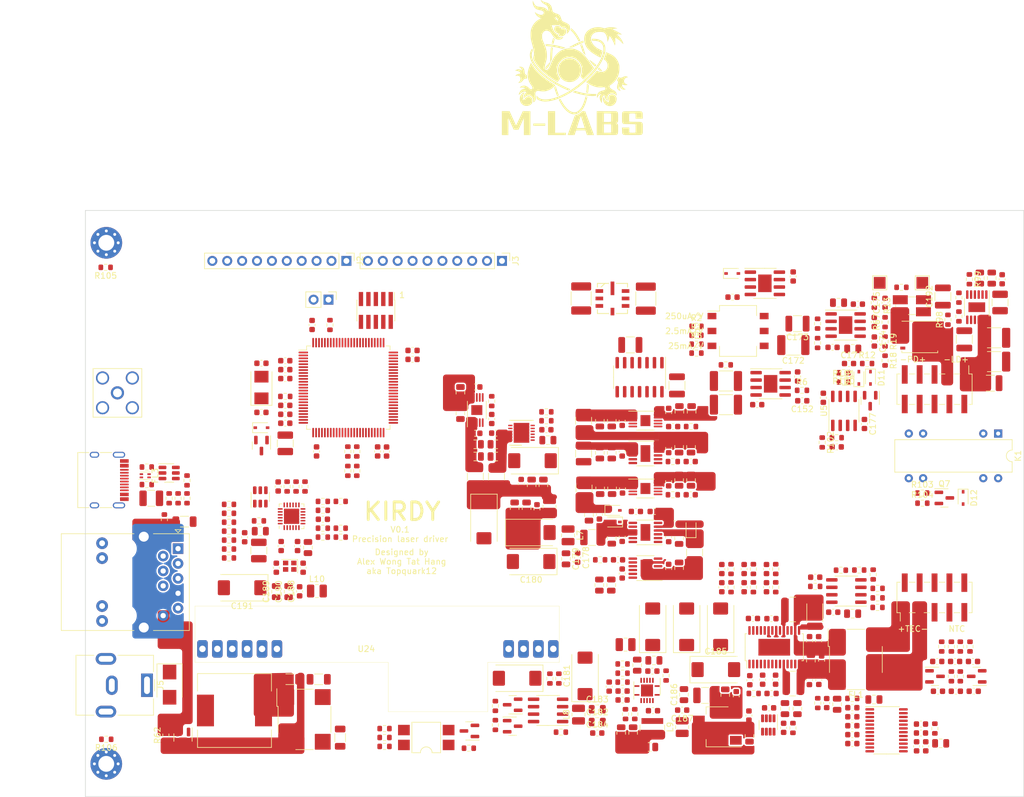
<source format=kicad_pcb>
(kicad_pcb (version 20211014) (generator pcbnew)

  (general
    (thickness 1.6)
  )

  (paper "A4")
  (layers
    (0 "F.Cu" signal)
    (1 "In1.Cu" signal)
    (2 "In2.Cu" signal)
    (31 "B.Cu" signal)
    (32 "B.Adhes" user "B.Adhesive")
    (33 "F.Adhes" user "F.Adhesive")
    (34 "B.Paste" user)
    (35 "F.Paste" user)
    (36 "B.SilkS" user "B.Silkscreen")
    (37 "F.SilkS" user "F.Silkscreen")
    (38 "B.Mask" user)
    (39 "F.Mask" user)
    (40 "Dwgs.User" user "User.Drawings")
    (41 "Cmts.User" user "User.Comments")
    (42 "Eco1.User" user "User.Eco1")
    (43 "Eco2.User" user "User.Eco2")
    (44 "Edge.Cuts" user)
    (45 "Margin" user)
    (46 "B.CrtYd" user "B.Courtyard")
    (47 "F.CrtYd" user "F.Courtyard")
    (48 "B.Fab" user)
    (49 "F.Fab" user)
    (50 "User.1" user)
    (51 "User.2" user)
    (52 "User.3" user)
    (53 "User.4" user)
    (54 "User.5" user)
    (55 "User.6" user)
    (56 "User.7" user)
    (57 "User.8" user)
    (58 "User.9" user)
  )

  (setup
    (stackup
      (layer "F.SilkS" (type "Top Silk Screen"))
      (layer "F.Paste" (type "Top Solder Paste"))
      (layer "F.Mask" (type "Top Solder Mask") (thickness 0.01))
      (layer "F.Cu" (type "copper") (thickness 0.035))
      (layer "dielectric 1" (type "core") (thickness 0.48) (material "FR4") (epsilon_r 4.5) (loss_tangent 0.02))
      (layer "In1.Cu" (type "copper") (thickness 0.035))
      (layer "dielectric 2" (type "prepreg") (thickness 0.48) (material "FR4") (epsilon_r 4.5) (loss_tangent 0.02))
      (layer "In2.Cu" (type "copper") (thickness 0.035))
      (layer "dielectric 3" (type "core") (thickness 0.48) (material "FR4") (epsilon_r 4.5) (loss_tangent 0.02))
      (layer "B.Cu" (type "copper") (thickness 0.035))
      (layer "B.Mask" (type "Bottom Solder Mask") (thickness 0.01))
      (layer "B.Paste" (type "Bottom Solder Paste"))
      (layer "B.SilkS" (type "Bottom Silk Screen"))
      (copper_finish "ENIG")
      (dielectric_constraints no)
    )
    (pad_to_mask_clearance 0)
    (pcbplotparams
      (layerselection 0x00010fc_ffffffff)
      (disableapertmacros false)
      (usegerberextensions true)
      (usegerberattributes false)
      (usegerberadvancedattributes false)
      (creategerberjobfile true)
      (svguseinch false)
      (svgprecision 6)
      (excludeedgelayer true)
      (plotframeref false)
      (viasonmask false)
      (mode 1)
      (useauxorigin false)
      (hpglpennumber 1)
      (hpglpenspeed 20)
      (hpglpendiameter 15.000000)
      (dxfpolygonmode true)
      (dxfimperialunits true)
      (dxfusepcbnewfont true)
      (psnegative false)
      (psa4output false)
      (plotreference false)
      (plotvalue false)
      (plotinvisibletext false)
      (sketchpadsonfab false)
      (subtractmaskfromsilk true)
      (outputformat 1)
      (mirror false)
      (drillshape 0)
      (scaleselection 1)
      (outputdirectory "gerbers")
    )
  )

  (net 0 "")
  (net 1 "+5VA")
  (net 2 "GND")
  (net 3 "Net-(C2-Pad2)")
  (net 4 "Net-(C5-Pad1)")
  (net 5 "Net-(C14-Pad1)")
  (net 6 "Net-(C6-Pad1)")
  (net 7 "+9VA")
  (net 8 "-6V")
  (net 9 "+15V")
  (net 10 "Net-(C13-Pad1)")
  (net 11 "Net-(C13-Pad2)")
  (net 12 "/MCU/PD_MON")
  (net 13 "/driveStage/PD_A")
  (net 14 "+1V8")
  (net 15 "Net-(C18-Pad1)")
  (net 16 "Net-(C19-Pad1)")
  (net 17 "+3V3")
  (net 18 "Net-(C21-Pad2)")
  (net 19 "Net-(C22-Pad1)")
  (net 20 "/MCU/VREF")
  (net 21 "+12V")
  (net 22 "Net-(C37-Pad2)")
  (net 23 "Net-(C38-Pad1)")
  (net 24 "Net-(C38-Pad2)")
  (net 25 "Net-(C40-Pad1)")
  (net 26 "Net-(C42-Pad2)")
  (net 27 "Net-(C43-Pad2)")
  (net 28 "-9V")
  (net 29 "IN")
  (net 30 "Net-(C50-Pad1)")
  (net 31 "Net-(C51-Pad1)")
  (net 32 "Net-(C52-Pad1)")
  (net 33 "Net-(C53-Pad1)")
  (net 34 "Net-(C54-Pad1)")
  (net 35 "Net-(C55-Pad1)")
  (net 36 "Net-(C69-Pad1)")
  (net 37 "Net-(C71-Pad1)")
  (net 38 "Net-(C72-Pad1)")
  (net 39 "Net-(C73-Pad1)")
  (net 40 "Net-(C74-Pad1)")
  (net 41 "+9V")
  (net 42 "+8V")
  (net 43 "+3.3VA")
  (net 44 "/thermostat/DAC_REF")
  (net 45 "/thermostat/ADC_REF")
  (net 46 "/thermostat/ADC_A3V3")
  (net 47 "/thermostat/ADC_D3V3")
  (net 48 "Net-(C102-Pad1)")
  (net 49 "Net-(C103-Pad1)")
  (net 50 "Net-(C104-Pad1)")
  (net 51 "/thermostat/MAXV")
  (net 52 "/thermostat/MAXIP")
  (net 53 "/thermostat/MAXIN")
  (net 54 "Net-(C110-Pad1)")
  (net 55 "Net-(C115-Pad1)")
  (net 56 "Net-(C117-Pad1)")
  (net 57 "/MCU/TEC_ISEN")
  (net 58 "Net-(C119-Pad1)")
  (net 59 "/MCU/TEC_VREF")
  (net 60 "Net-(C122-Pad2)")
  (net 61 "Net-(C123-Pad2)")
  (net 62 "Net-(C125-Pad1)")
  (net 63 "+5V")
  (net 64 "Net-(C132-Pad2)")
  (net 65 "Net-(C133-Pad2)")
  (net 66 "Net-(C135-Pad2)")
  (net 67 "Net-(C136-Pad2)")
  (net 68 "Net-(C141-Pad1)")
  (net 69 "Net-(C145-Pad1)")
  (net 70 "Net-(C145-Pad2)")
  (net 71 "Net-(C146-Pad1)")
  (net 72 "Net-(C147-Pad1)")
  (net 73 "Net-(C148-Pad1)")
  (net 74 "Net-(C149-Pad1)")
  (net 75 "Net-(C149-Pad2)")
  (net 76 "Net-(C150-Pad1)")
  (net 77 "Net-(C151-Pad1)")
  (net 78 "Net-(C152-Pad1)")
  (net 79 "Net-(C152-Pad2)")
  (net 80 "Net-(C158-Pad1)")
  (net 81 "Net-(C162-Pad2)")
  (net 82 "Net-(C163-Pad2)")
  (net 83 "Net-(C164-Pad1)")
  (net 84 "/Ehternet/AVDDT_PHY")
  (net 85 "/Ehternet/ETH_SHIELD")
  (net 86 "Net-(D1-Pad2)")
  (net 87 "/MCU/MCU_RSTn")
  (net 88 "/MCU/RST")
  (net 89 "Net-(FB12-Pad1)")
  (net 90 "Net-(FB12-Pad2)")
  (net 91 "/thermostat/TEC+")
  (net 92 "/thermostat/TEC-")
  (net 93 "Net-(C155-Pad1)")
  (net 94 "Net-(C174-Pad2)")
  (net 95 "/MCU/USB_DP")
  (net 96 "/MCU/USB_DN")
  (net 97 "Net-(C175-Pad1)")
  (net 98 "/MCU/SWDIO")
  (net 99 "/MCU/SWCLK")
  (net 100 "unconnected-(J4-Pad6)")
  (net 101 "unconnected-(J4-Pad7)")
  (net 102 "unconnected-(J4-Pad8)")
  (net 103 "unconnected-(J4-Pad9)")
  (net 104 "Net-(J6-Pad1)")
  (net 105 "Net-(J6-Pad2)")
  (net 106 "Net-(J6-Pad3)")
  (net 107 "Net-(J6-Pad6)")
  (net 108 "/Ehternet/POE_VC-")
  (net 109 "/Ehternet/POE_VC+")
  (net 110 "Net-(J6-Pad11)")
  (net 111 "Net-(J6-Pad13)")
  (net 112 "Net-(J7-PadA5)")
  (net 113 "unconnected-(J7-PadA8)")
  (net 114 "Net-(J7-PadB5)")
  (net 115 "unconnected-(J7-PadB8)")
  (net 116 "/driveStage/LD-")
  (net 117 "/thermostat/NTC+")
  (net 118 "/thermostat/NTC-")
  (net 119 "Net-(JP1-Pad1)")
  (net 120 "Net-(L2-Pad1)")
  (net 121 "Net-(L3-Pad1)")
  (net 122 "Net-(Q1-Pad1)")
  (net 123 "Net-(Q2-Pad3)")
  (net 124 "Net-(Q3-Pad1)")
  (net 125 "Net-(Q4-Pad1)")
  (net 126 "Net-(Q5-Pad4)")
  (net 127 "Net-(Q6-Pad1)")
  (net 128 "Net-(C175-Pad2)")
  (net 129 "Net-(R4-Pad2)")
  (net 130 "Net-(C178-Pad1)")
  (net 131 "Net-(R7-Pad2)")
  (net 132 "Net-(C185-Pad1)")
  (net 133 "Net-(C188-Pad1)")
  (net 134 "Net-(R14-Pad2)")
  (net 135 "Net-(R15-Pad2)")
  (net 136 "Net-(R16-Pad2)")
  (net 137 "Net-(R17-Pad2)")
  (net 138 "Net-(C192-Pad1)")
  (net 139 "Net-(D10-Pad2)")
  (net 140 "Net-(R24-Pad2)")
  (net 141 "Net-(R29-Pad2)")
  (net 142 "Net-(R30-Pad2)")
  (net 143 "/MCU/PWM_MAXV")
  (net 144 "/MCU/PWM_MAXIP")
  (net 145 "/MCU/PWM_MAXIN")
  (net 146 "Net-(R41-Pad1)")
  (net 147 "Net-(R42-Pad2)")
  (net 148 "Net-(R45-Pad1)")
  (net 149 "Net-(R46-Pad2)")
  (net 150 "/MCU/TEC_VSEN")
  (net 151 "Net-(R48-Pad2)")
  (net 152 "Net-(R56-Pad2)")
  (net 153 "Net-(R57-Pad2)")
  (net 154 "Net-(R60-Pad2)")
  (net 155 "Net-(R63-Pad1)")
  (net 156 "Net-(R65-Pad1)")
  (net 157 "Net-(D12-Pad2)")
  (net 158 "/MCU/POE_PWR_SRC")
  (net 159 "/Ehternet/RMII_RXD0")
  (net 160 "Net-(R73-Pad2)")
  (net 161 "/Ehternet/RMII_RXD1")
  (net 162 "Net-(R74-Pad2)")
  (net 163 "/Ehternet/RMII_CRS_DV")
  (net 164 "Net-(R75-Pad2)")
  (net 165 "/Ehternet/RMII_REF_CLK")
  (net 166 "Net-(R76-Pad2)")
  (net 167 "/Ehternet/RMII_MDIO")
  (net 168 "Net-(R82-Pad2)")
  (net 169 "/Ehternet/ETH_LED_1")
  (net 170 "Net-(R84-Pad1)")
  (net 171 "/Ehternet/PHY_TD_P")
  (net 172 "/Ehternet/PHY_TD_N")
  (net 173 "/Ehternet/PHY_RD_P")
  (net 174 "/Ehternet/PHY_RD_N")
  (net 175 "/Ehternet/ETH_LED_2")
  (net 176 "Net-(R94-Pad2)")
  (net 177 "Net-(R95-Pad1)")
  (net 178 "/MCU/USB_VBUS")
  (net 179 "/MCU/LDAC_LOAD")
  (net 180 "/MCU/LDAC_CLK")
  (net 181 "/MCU/LDAC_MOSI")
  (net 182 "/MCU/LDAC_CS")
  (net 183 "/MCU/TADC_SYNC")
  (net 184 "/MCU/TADC_MISO")
  (net 185 "/MCU/TDAC_MOSI")
  (net 186 "/MCU/TADC_CLK")
  (net 187 "/MCU/TDAC_CLK")
  (net 188 "/MCU/TADC_CS")
  (net 189 "/MCU/TDAC_SYNC")
  (net 190 "/MCU/TADC_MOSI")
  (net 191 "Net-(U1-Pad6)")
  (net 192 "unconnected-(U2-Pad1)")
  (net 193 "unconnected-(U2-Pad9)")
  (net 194 "unconnected-(U2-Pad13)")
  (net 195 "unconnected-(U7-Pad1)")
  (net 196 "unconnected-(U7-Pad2)")
  (net 197 "unconnected-(U7-Pad3)")
  (net 198 "unconnected-(U7-Pad4)")
  (net 199 "unconnected-(U7-Pad5)")
  (net 200 "unconnected-(U7-Pad7)")
  (net 201 "unconnected-(U7-Pad8)")
  (net 202 "unconnected-(U7-Pad9)")
  (net 203 "unconnected-(U7-Pad15)")
  (net 204 "/Ehternet/RMII_MDC")
  (net 205 "/Ehternet/PHY_NRST")
  (net 206 "/MCU/TEC_SHDN")
  (net 207 "unconnected-(U7-Pad37)")
  (net 208 "unconnected-(U7-Pad38)")
  (net 209 "unconnected-(U7-Pad45)")
  (net 210 "unconnected-(U7-Pad46)")
  (net 211 "/Ehternet/RMII_TX_EN")
  (net 212 "/Ehternet/RMII_TXD0")
  (net 213 "/Ehternet/RMII_TXD1")
  (net 214 "Net-(J2-Pad3)")
  (net 215 "Net-(J2-Pad4)")
  (net 216 "Net-(J2-Pad5)")
  (net 217 "Net-(J2-Pad6)")
  (net 218 "Net-(J2-Pad7)")
  (net 219 "Net-(J2-Pad8)")
  (net 220 "Net-(J2-Pad9)")
  (net 221 "Net-(J3-Pad2)")
  (net 222 "Net-(J3-Pad3)")
  (net 223 "Net-(J3-Pad4)")
  (net 224 "unconnected-(U7-Pad67)")
  (net 225 "unconnected-(U7-Pad69)")
  (net 226 "Net-(J3-Pad5)")
  (net 227 "Net-(J3-Pad6)")
  (net 228 "Net-(J3-Pad7)")
  (net 229 "Net-(J3-Pad8)")
  (net 230 "Net-(J3-Pad9)")
  (net 231 "Net-(J3-Pad10)")
  (net 232 "unconnected-(K1-Pad14)")
  (net 233 "unconnected-(U7-Pad96)")
  (net 234 "unconnected-(U7-Pad97)")
  (net 235 "unconnected-(U7-Pad98)")
  (net 236 "unconnected-(U9-Pad1)")
  (net 237 "unconnected-(U9-Pad3)")
  (net 238 "unconnected-(U9-Pad6)")
  (net 239 "unconnected-(U9-Pad7)")
  (net 240 "unconnected-(U9-Pad12)")
  (net 241 "unconnected-(U10-Pad5)")
  (net 242 "unconnected-(U11-Pad4)")
  (net 243 "Net-(Q7-Pad1)")
  (net 244 "unconnected-(U13-Pad5)")
  (net 245 "unconnected-(U14-Pad4)")
  (net 246 "unconnected-(U15-Pad4)")
  (net 247 "unconnected-(U15-Pad7)")
  (net 248 "unconnected-(U16-Pad4)")
  (net 249 "unconnected-(U18-Pad9)")
  (net 250 "unconnected-(U18-Pad10)")
  (net 251 "unconnected-(U18-Pad19)")
  (net 252 "unconnected-(U18-Pad20)")
  (net 253 "Net-(U19-Pad5)")
  (net 254 "unconnected-(U22-Pad14)")
  (net 255 "Net-(R1-Pad2)")
  (net 256 "Net-(R7-Pad1)")
  (net 257 "Net-(R11-Pad2)")
  (net 258 "/MCU/LD_EN")
  (net 259 "Net-(R100-Pad2)")
  (net 260 "unconnected-(U28-Pad4)")
  (net 261 "unconnected-(U28-Pad6)")
  (net 262 "Net-(R101-Pad2)")
  (net 263 "Net-(J3-Pad1)")
  (net 264 "Net-(H1-Pad1)")
  (net 265 "Net-(H2-Pad1)")
  (net 266 "/MCU/~{LD_SHORT}")
  (net 267 "Net-(SW1-Pad4)")
  (net 268 "unconnected-(U7-Pad17)")
  (net 269 "unconnected-(U7-Pad43)")
  (net 270 "unconnected-(U7-Pad44)")
  (net 271 "unconnected-(U24-Pad1)")
  (net 272 "unconnected-(U24-Pad2)")
  (net 273 "unconnected-(U24-Pad5)")
  (net 274 "unconnected-(U24-Pad6)")
  (net 275 "Net-(FL3-Pad1)")
  (net 276 "Net-(FL3-Pad4)")
  (net 277 "Net-(Q5-Pad1)")
  (net 278 "Net-(C70-Pad1)")

  (footprint "Resistor_SMD:R_0603_1608Metric" (layer "F.Cu") (at 136.3472 25.6032 -90))

  (footprint "Connector_RJ:RJ45_Abracon_ARJP11A-MA_Horizontal" (layer "F.Cu") (at 15.7964 57.6926 -90))

  (footprint "Resistor_SMD:R_0603_1608Metric" (layer "F.Cu") (at 40.4876 49.6316 180))

  (footprint "Resistor_SMD:R_0603_1608Metric" (layer "F.Cu") (at 51.0032 88.392 180))

  (footprint "Resistor_SMD:R_0603_1608Metric" (layer "F.Cu") (at 69.9008 84.5312 90))

  (footprint "Capacitor_SMD:C_0603_1608Metric" (layer "F.Cu") (at 40.4876 52.6796))

  (footprint "Capacitor_SMD:C_0603_1608Metric" (layer "F.Cu") (at 148.4148 82.022 180))

  (footprint "Package_TO_SOT_SMD:SOT-23" (layer "F.Cu") (at 72.8472 87.9856))

  (footprint "Capacitor_SMD:C_0805_2012Metric" (layer "F.Cu") (at 113.2332 89.6674 -90))

  (footprint "Inductor_SMD:L_1210_3225Metric" (layer "F.Cu") (at 34.077 39.728 90))

  (footprint "Capacitor_SMD:C_0603_1608Metric" (layer "F.Cu") (at 112.3188 61.1762 90))

  (footprint "Capacitor_SMD:C_0603_1608Metric" (layer "F.Cu") (at 66.4834 38.01))

  (footprint "Package_QFP:LQFP-100_14x14mm_P0.5mm" (layer "F.Cu") (at 44.831 30.226))

  (footprint "Capacitor_SMD:C_0603_1608Metric" (layer "F.Cu") (at 116.1288 61.1762 90))

  (footprint "Resistor_SMD:R_0603_1608Metric" (layer "F.Cu") (at 40.4876 51.1556 180))

  (footprint "Inductor_SMD:L_1008_2520Metric" (layer "F.Cu") (at 82.296 55.4228 -90))

  (footprint "Capacitor_SMD:C_0603_1608Metric" (layer "F.Cu") (at 108.5088 64.275 90))

  (footprint "Capacitor_SMD:C_0805_2012Metric" (layer "F.Cu") (at 85.861 51.9626 -90))

  (footprint "Resistor_SMD:R_0603_1608Metric" (layer "F.Cu") (at 120.638 88.2904 -90))

  (footprint "Resistor_SMD:R_0603_1608Metric" (layer "F.Cu") (at 43.5356 49.6316 180))

  (footprint "Resistor_SMD:R_0603_1608Metric" (layer "F.Cu") (at 144.8334 88.385 90))

  (footprint "Resistor_SMD:R_0603_1608Metric" (layer "F.Cu") (at 113.8936 61.1762 -90))

  (footprint "Capacitor_SMD:C_0603_1608Metric" (layer "F.Cu") (at 134.5184 22.352 -90))

  (footprint "Capacitor_SMD:C_0603_1608Metric" (layer "F.Cu") (at 91.5252 55.6862 90))

  (footprint "Diode_SMD:D_SMB" (layer "F.Cu") (at 14.351 80.899 -90))

  (footprint "Capacitor_SMD:C_0603_1608Metric" (layer "F.Cu") (at 66.4834 30.1106))

  (footprint "Resistor_SMD:R_0603_1608Metric" (layer "F.Cu") (at 142.6972 48.2092))

  (footprint "Inductor_SMD:L_Wuerth_WE-PD-Typ-LS" (layer "F.Cu") (at 25.4168 85.307))

  (footprint "Capacitor_SMD:C_0805_2012Metric" (layer "F.Cu") (at 70.0318 41.9795 180))

  (footprint "Package_SO:SOIC-8-1EP_3.9x4.9mm_P1.27mm_EP2.29x3mm" (layer "F.Cu") (at 115.852 12.426))

  (footprint "Capacitor_SMD:C_0805_2012Metric" (layer "F.Cu") (at 94.0816 77.5716 90))

  (footprint "Package_TO_SOT_SMD:SOT-23-6" (layer "F.Cu") (at 29.8196 48.8696 90))

  (footprint "Connector_BarrelJack:BarrelJack_CUI_PJ-063AH_Horizontal" (layer "F.Cu") (at 10.5 81 -90))

  (footprint "Capacitor_SMD:C_1812_4532Metric" (layer "F.Cu") (at 154.94 25.781))

  (footprint "Resistor_SMD:R_0603_1608Metric" (layer "F.Cu") (at 110.0836 61.1762 -90))

  (footprint "Resistor_SMD:R_0603_1608Metric" (layer "F.Cu") (at 100.1612 42.8338))

  (footprint "Capacitor_SMD:C_0603_1608Metric" (layer "F.Cu") (at 130.7618 89.4264 180))

  (footprint "Capacitor_SMD:C_0603_1608Metric" (layer "F.Cu") (at 91.5252 41.1196 -90))

  (footprint "Capacitor_SMD:C_0603_1608Metric" (layer "F.Cu") (at 119.051 88.265 -90))

  (footprint "Capacitor_SMD:C_0603_1608Metric" (layer "F.Cu") (at 100.212 36.8648 180))

  (footprint "Capacitor_SMD:C_0805_2012Metric" (layer "F.Cu") (at 154.5336 11.5316 90))

  (footprint "Resistor_SMD:R_0603_1608Metric" (layer "F.Cu") (at 17.3254 46.0556 -90))

  (footprint "Capacitor_SMD:C_1210_3225Metric" (layer "F.Cu") (at 146.2024 14.6794 90))

  (footprint "Resistor_SMD:R_0603_1608Metric" (layer "F.Cu") (at 117.7036 64.275 -90))

  (footprint "Resistor_SMD:R_0603_1608Metric" (layer "F.Cu") (at 78.5992 34.3502))

  (footprint "Capacitor_SMD:C_0603_1608Metric" (layer "F.Cu")
    (tedit 5F68FEEE) (tstamp 1a3a79cf-ff05-4dbb-9b4c-e484c62e37e8)
    (at 93.862 51.3552)
    (descr "Capacitor SMD 0603 (1608 Metric), square (rectangular) end terminal, IPC_7351 nominal, (Body size source: IPC-SM-782 page 76, https://www.pcb-3d.com/wordpress/wp-content/uploads/ipc-sm-782a_amendment_1_and_2.pdf), generated with kicad-footprint-generator")
    (tags "capacitor")
    (property "MFR_PN" "CL10B105KA8NNNC")
    (property "MFR_PN_ALT" "CGA3E1X7R1E105K080AC")
    (property "Sheetfile" "asupply.kicad_sch")
    (property "Sheetname" "analog supply")
    (path "/ce1698cd-b99b-406e-8c10-58c1e24b12e9/4290453f-cbc7-454f-a286-7839cb3204c5")
    (attr smd)
    (fp_text reference "C38" (at 0 -1.43) (layer "F.SilkS") hide
      (effects (font (size 1 1) (thickness 0.15)))
      (tstamp 57b637be-10b0-48da-94b7-f98325c0acfb)
    )
    (fp_text value "1u" (at 0 1.43) (layer "F.Fab")
      (effects (font (size 1 1) (thickness 0.15)))
      (tstamp b06db02e-50fb-4151-8fc1-ab5280b5f132)
    )
    (fp_text user "${REFERENCE}" (at 0 0) (layer "F.Fab")
      (effects (font (size 0.4 0.4) (thickness 0.06)))
      (tstamp 9d892785-40b3-4ac2-81a1-2a29929d45b2)
    )
    (fp_line (start -0.14058 -0.51) (end 0.14058 -0.51) (layer "F.SilkS") (width 0.12) (tstamp 11826b60-a15c-409c-91ce-b7dd158c4e8d))
    (fp_line (start -0.14058 0.51) (end 0.14058 0.51) (layer "F.SilkS") (width 0.12) (tstamp 5b3556da-8cdc-4999-813b-3072fc2b329e))
    (fp_line (start 1.48 -0.73) (end 1.48 0.73) (layer "F.CrtYd") (width 0.05) (tstamp 27dedc2b-0ded-4e4a-836d-d5a01f4b81e5))
    (fp_line (start -1.48 -0.73) (end 1.48 -0.73) (layer "F.CrtYd") (width 0.05) (tstamp 2ea7a8ed-bc50-49de-9c62-d377285942f2))
    (fp_line (start 1.48 0.73) (end -1.48 0.73) (layer "F.CrtYd") (width 0.05) (tstamp a1213972-b201-4247-949f-f76984e8a5f5))
    (fp_line (start -1.48 0.73) (end -1.48 -0.73) (layer "F.CrtYd") (width 0.05) (tstamp cca92982-a1b2-4463-a961-cb13bfb800b4))
    (fp_line (start 0.8 -0.4) (end 0.8 0.4) (layer "F.Fab") (width 0.1) (tstamp 0ad11ef8-99e1-4870-85df-60237394ea93))
    (fp_line (start -0.8 -0.4) (end 0.8 -0.4) (layer "F.Fab") (width 0.1) (tstamp 49b3c523-4c37-4ec2-8caf-9e18c564c423))
    (fp_line (start 0.8 0.4) (end -0.8 0.4) (layer "F.Fab") (width 0.1) (tstamp a93b48fd-2116-4c27-9064-1530d9ef88df))
    (fp_line (start -0.8 0.4) (end -0.8 -0.4) (layer "F.Fab") (width 0.1) (tstamp b7fcbd23-6238-4231-91c4-5fae4a15badc))
    (pad "1" smd roundrect (at -0.775 0) (size 0.9 0.95) (layers "F.Cu" "F.Paste" "F.Mask") (roundrect_rratio 0.25)
      (net 23 "Net-(C38-Pad1)") (pintype "passive") (tstamp e15f6a9c-920a-4aef-902a-0da940c761d0))
    (pad "2" smd roundrect (at 0.775 0) (size 0.9 0.95) (layers "F.Cu" "F.Paste" "F.Mask") (roundrect_rratio 0.25)
      (net 24 "Net-(C38-Pad2)") (pintype "passive") (tst
... [2242679 chars truncated]
</source>
